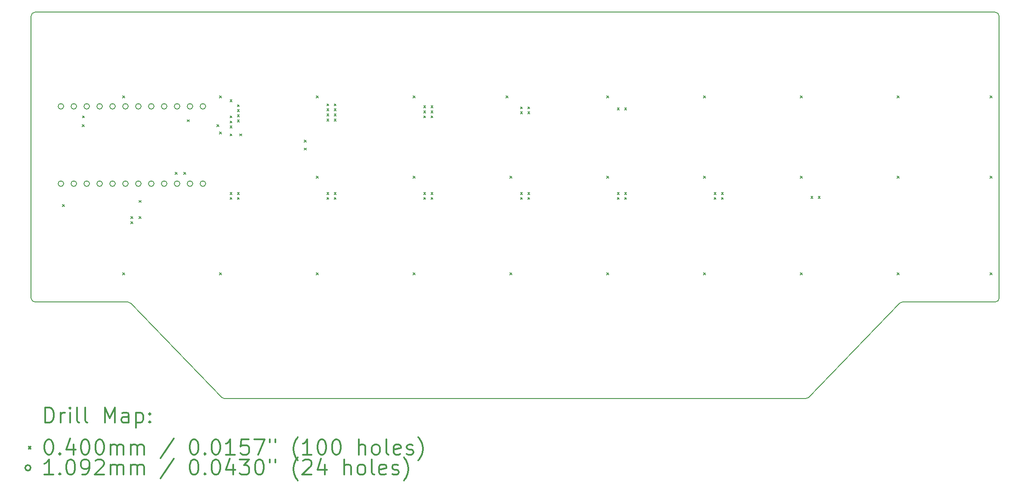
<source format=gbr>
%FSLAX45Y45*%
G04 Gerber Fmt 4.5, Leading zero omitted, Abs format (unit mm)*
G04 Created by KiCad (PCBNEW (5.1.12-1-10_14)) date 2022-02-07 22:25:43*
%MOMM*%
%LPD*%
G01*
G04 APERTURE LIST*
%TA.AperFunction,Profile*%
%ADD10C,0.150000*%
%TD*%
%ADD11C,0.200000*%
%ADD12C,0.300000*%
G04 APERTURE END LIST*
D10*
X17303627Y-9476127D02*
X19096373Y-7617623D01*
X19096373Y-7617623D02*
G75*
G02*
X19152500Y-7594375I56127J-56127D01*
G01*
X17303627Y-9476127D02*
G75*
G02*
X17247500Y-9499375I-56127J56127D01*
G01*
X3968627Y-7617623D02*
X5761373Y-9476127D01*
X3968627Y-7617623D02*
G75*
G03*
X3912500Y-7594375I-56127J-56127D01*
G01*
X5761373Y-9476127D02*
G75*
G03*
X5817500Y-9499375I56127J56127D01*
G01*
X20978125Y-7594375D02*
X19152500Y-7594375D01*
X2086875Y-1879375D02*
X20978125Y-1879375D01*
X21057500Y-7515000D02*
X21057500Y-1958750D01*
X21057500Y-7515000D02*
G75*
G02*
X20978125Y-7594375I-79375J0D01*
G01*
X20978125Y-1879375D02*
G75*
G02*
X21057500Y-1958750I0J-79375D01*
G01*
X2007500Y-1958750D02*
X2007500Y-7435625D01*
X2007500Y-7435625D02*
X2007500Y-7515000D01*
X2166250Y-7594375D02*
X2086875Y-7594375D01*
X2086875Y-7594375D02*
G75*
G02*
X2007500Y-7515000I0J79375D01*
G01*
X2007500Y-1958750D02*
G75*
G02*
X2086875Y-1879375I79375J0D01*
G01*
X2166250Y-7594375D02*
X3912500Y-7594375D01*
X5817500Y-9499375D02*
X17247500Y-9499375D01*
D11*
X2622500Y-5669375D02*
X2662500Y-5709375D01*
X2662500Y-5669375D02*
X2622500Y-5709375D01*
X3015114Y-4098875D02*
X3055114Y-4138875D01*
X3055114Y-4098875D02*
X3015114Y-4138875D01*
X3019375Y-3923125D02*
X3059375Y-3963125D01*
X3059375Y-3923125D02*
X3019375Y-3963125D01*
X3813125Y-3526250D02*
X3853125Y-3566250D01*
X3853125Y-3526250D02*
X3813125Y-3566250D01*
X3813125Y-7018750D02*
X3853125Y-7058750D01*
X3853125Y-7018750D02*
X3813125Y-7058750D01*
X3971875Y-5907500D02*
X4011875Y-5947500D01*
X4011875Y-5907500D02*
X3971875Y-5947500D01*
X3971875Y-6007500D02*
X4011875Y-6047500D01*
X4011875Y-6007500D02*
X3971875Y-6047500D01*
X4130625Y-5590000D02*
X4170625Y-5630000D01*
X4170625Y-5590000D02*
X4130625Y-5630000D01*
X4130625Y-5907500D02*
X4170625Y-5947500D01*
X4170625Y-5907500D02*
X4130625Y-5947500D01*
X4845000Y-5034375D02*
X4885000Y-5074375D01*
X4885000Y-5034375D02*
X4845000Y-5074375D01*
X5012750Y-5034375D02*
X5052750Y-5074375D01*
X5052750Y-5034375D02*
X5012750Y-5074375D01*
X5082894Y-3999493D02*
X5122894Y-4039493D01*
X5122894Y-3999493D02*
X5082894Y-4039493D01*
X5661500Y-4095625D02*
X5701500Y-4135625D01*
X5701500Y-4095625D02*
X5661500Y-4135625D01*
X5718125Y-3526250D02*
X5758125Y-3566250D01*
X5758125Y-3526250D02*
X5718125Y-3566250D01*
X5718125Y-4240625D02*
X5758125Y-4280625D01*
X5758125Y-4240625D02*
X5718125Y-4280625D01*
X5718125Y-4240625D02*
X5758125Y-4280625D01*
X5758125Y-4240625D02*
X5718125Y-4280625D01*
X5718125Y-7018750D02*
X5758125Y-7058750D01*
X5758125Y-7018750D02*
X5718125Y-7058750D01*
X5921500Y-3605625D02*
X5961500Y-3645625D01*
X5961500Y-3605625D02*
X5921500Y-3645625D01*
X5921500Y-3923125D02*
X5961500Y-3963125D01*
X5961500Y-3923125D02*
X5921500Y-3963125D01*
X5921500Y-4023125D02*
X5961500Y-4063125D01*
X5961500Y-4023125D02*
X5921500Y-4063125D01*
X5921500Y-4123126D02*
X5961500Y-4163126D01*
X5961500Y-4123126D02*
X5921500Y-4163126D01*
X5921500Y-4277875D02*
X5961500Y-4317875D01*
X5961500Y-4277875D02*
X5921500Y-4317875D01*
X5921500Y-5431250D02*
X5961500Y-5471250D01*
X5961500Y-5431250D02*
X5921500Y-5471250D01*
X5921500Y-5531250D02*
X5961500Y-5571250D01*
X5961500Y-5531250D02*
X5921500Y-5571250D01*
X6066500Y-3702499D02*
X6106500Y-3742499D01*
X6106500Y-3702499D02*
X6066500Y-3742499D01*
X6066500Y-3802499D02*
X6106500Y-3842499D01*
X6106500Y-3802499D02*
X6066500Y-3842499D01*
X6066500Y-3902500D02*
X6106500Y-3942500D01*
X6106500Y-3902500D02*
X6066500Y-3942500D01*
X6066500Y-4002500D02*
X6106500Y-4042500D01*
X6106500Y-4002500D02*
X6066500Y-4042500D01*
X6066500Y-5431250D02*
X6106500Y-5471250D01*
X6106500Y-5431250D02*
X6066500Y-5471250D01*
X6066500Y-5531250D02*
X6106500Y-5571250D01*
X6106500Y-5531250D02*
X6066500Y-5571250D01*
X6115000Y-4277875D02*
X6155000Y-4317875D01*
X6155000Y-4277875D02*
X6115000Y-4317875D01*
X7385000Y-4399375D02*
X7425000Y-4439375D01*
X7425000Y-4399375D02*
X7385000Y-4439375D01*
X7385000Y-4558125D02*
X7425000Y-4598125D01*
X7425000Y-4558125D02*
X7385000Y-4598125D01*
X7623125Y-3526250D02*
X7663125Y-3566250D01*
X7663125Y-3526250D02*
X7623125Y-3566250D01*
X7623125Y-5113750D02*
X7663125Y-5153750D01*
X7663125Y-5113750D02*
X7623125Y-5153750D01*
X7623125Y-7018750D02*
X7663125Y-7058750D01*
X7663125Y-7018750D02*
X7623125Y-7058750D01*
X7826500Y-3685000D02*
X7866500Y-3725000D01*
X7866500Y-3685000D02*
X7826500Y-3725000D01*
X7826500Y-3785000D02*
X7866500Y-3825000D01*
X7866500Y-3785000D02*
X7826500Y-3825000D01*
X7826500Y-3885001D02*
X7866500Y-3925001D01*
X7866500Y-3885001D02*
X7826500Y-3925001D01*
X7826500Y-3985001D02*
X7866500Y-4025001D01*
X7866500Y-3985001D02*
X7826500Y-4025001D01*
X7826500Y-5431250D02*
X7866500Y-5471250D01*
X7866500Y-5431250D02*
X7826500Y-5471250D01*
X7826500Y-5531250D02*
X7866500Y-5571250D01*
X7866500Y-5531250D02*
X7826500Y-5571250D01*
X7971500Y-3685000D02*
X8011500Y-3725000D01*
X8011500Y-3685000D02*
X7971500Y-3725000D01*
X7971500Y-3785000D02*
X8011500Y-3825000D01*
X8011500Y-3785000D02*
X7971500Y-3825000D01*
X7971500Y-3885001D02*
X8011500Y-3925001D01*
X8011500Y-3885001D02*
X7971500Y-3925001D01*
X7971500Y-3985001D02*
X8011500Y-4025001D01*
X8011500Y-3985001D02*
X7971500Y-4025001D01*
X7971500Y-5431250D02*
X8011500Y-5471250D01*
X8011500Y-5431250D02*
X7971500Y-5471250D01*
X7971500Y-5531250D02*
X8011500Y-5571250D01*
X8011500Y-5531250D02*
X7971500Y-5571250D01*
X9528125Y-3526250D02*
X9568125Y-3566250D01*
X9568125Y-3526250D02*
X9528125Y-3566250D01*
X9528125Y-5113750D02*
X9568125Y-5153750D01*
X9568125Y-5113750D02*
X9528125Y-5153750D01*
X9528125Y-7018750D02*
X9568125Y-7058750D01*
X9568125Y-7018750D02*
X9528125Y-7058750D01*
X9731500Y-3723124D02*
X9771500Y-3763124D01*
X9771500Y-3723124D02*
X9731500Y-3763124D01*
X9731500Y-3823125D02*
X9771500Y-3863125D01*
X9771500Y-3823125D02*
X9731500Y-3863125D01*
X9731500Y-3923125D02*
X9771500Y-3963125D01*
X9771500Y-3923125D02*
X9731500Y-3963125D01*
X9731500Y-5431250D02*
X9771500Y-5471250D01*
X9771500Y-5431250D02*
X9731500Y-5471250D01*
X9731500Y-5531250D02*
X9771500Y-5571250D01*
X9771500Y-5531250D02*
X9731500Y-5571250D01*
X9876500Y-3723124D02*
X9916500Y-3763124D01*
X9916500Y-3723124D02*
X9876500Y-3763124D01*
X9876500Y-3823125D02*
X9916500Y-3863125D01*
X9916500Y-3823125D02*
X9876500Y-3863125D01*
X9876500Y-3923125D02*
X9916500Y-3963125D01*
X9916500Y-3923125D02*
X9876500Y-3963125D01*
X9876500Y-5431250D02*
X9916500Y-5471250D01*
X9916500Y-5431250D02*
X9876500Y-5471250D01*
X9876500Y-5531250D02*
X9916500Y-5571250D01*
X9916500Y-5531250D02*
X9876500Y-5571250D01*
X11353750Y-3526250D02*
X11393750Y-3566250D01*
X11393750Y-3526250D02*
X11353750Y-3566250D01*
X11433125Y-5113750D02*
X11473125Y-5153750D01*
X11473125Y-5113750D02*
X11433125Y-5153750D01*
X11433125Y-7018750D02*
X11473125Y-7058750D01*
X11473125Y-7018750D02*
X11433125Y-7058750D01*
X11636500Y-3743750D02*
X11676500Y-3783750D01*
X11676500Y-3743750D02*
X11636500Y-3783750D01*
X11636500Y-3843750D02*
X11676500Y-3883750D01*
X11676500Y-3843750D02*
X11636500Y-3883750D01*
X11636500Y-5431250D02*
X11676500Y-5471250D01*
X11676500Y-5431250D02*
X11636500Y-5471250D01*
X11636500Y-5531250D02*
X11676500Y-5571250D01*
X11676500Y-5531250D02*
X11636500Y-5571250D01*
X11781500Y-3743750D02*
X11821500Y-3783750D01*
X11821500Y-3743750D02*
X11781500Y-3783750D01*
X11781500Y-3843750D02*
X11821500Y-3883750D01*
X11821500Y-3843750D02*
X11781500Y-3883750D01*
X11781500Y-5431250D02*
X11821500Y-5471250D01*
X11821500Y-5431250D02*
X11781500Y-5471250D01*
X11781500Y-5531250D02*
X11821500Y-5571250D01*
X11821500Y-5531250D02*
X11781500Y-5571250D01*
X13338125Y-3526250D02*
X13378125Y-3566250D01*
X13378125Y-3526250D02*
X13338125Y-3566250D01*
X13338125Y-5113750D02*
X13378125Y-5153750D01*
X13378125Y-5113750D02*
X13338125Y-5153750D01*
X13338125Y-7018750D02*
X13378125Y-7058750D01*
X13378125Y-7018750D02*
X13338125Y-7058750D01*
X13541500Y-3764375D02*
X13581500Y-3804375D01*
X13581500Y-3764375D02*
X13541500Y-3804375D01*
X13541500Y-5431250D02*
X13581500Y-5471250D01*
X13581500Y-5431250D02*
X13541500Y-5471250D01*
X13541500Y-5531250D02*
X13581500Y-5571250D01*
X13581500Y-5531250D02*
X13541500Y-5571250D01*
X13686500Y-3764375D02*
X13726500Y-3804375D01*
X13726500Y-3764375D02*
X13686500Y-3804375D01*
X13686500Y-5431250D02*
X13726500Y-5471250D01*
X13726500Y-5431250D02*
X13686500Y-5471250D01*
X13686500Y-5531250D02*
X13726500Y-5571250D01*
X13726500Y-5531250D02*
X13686500Y-5571250D01*
X15243125Y-3526250D02*
X15283125Y-3566250D01*
X15283125Y-3526250D02*
X15243125Y-3566250D01*
X15243125Y-5113750D02*
X15283125Y-5153750D01*
X15283125Y-5113750D02*
X15243125Y-5153750D01*
X15243125Y-7018750D02*
X15283125Y-7058750D01*
X15283125Y-7018750D02*
X15243125Y-7058750D01*
X15446500Y-5431250D02*
X15486500Y-5471250D01*
X15486500Y-5431250D02*
X15446500Y-5471250D01*
X15446500Y-5431250D02*
X15486500Y-5471250D01*
X15486500Y-5431250D02*
X15446500Y-5471250D01*
X15446500Y-5531250D02*
X15486500Y-5571250D01*
X15486500Y-5531250D02*
X15446500Y-5571250D01*
X15591500Y-5431250D02*
X15631500Y-5471250D01*
X15631500Y-5431250D02*
X15591500Y-5471250D01*
X15591500Y-5531250D02*
X15631500Y-5571250D01*
X15631500Y-5531250D02*
X15591500Y-5571250D01*
X17148125Y-3526250D02*
X17188125Y-3566250D01*
X17188125Y-3526250D02*
X17148125Y-3566250D01*
X17148125Y-5113750D02*
X17188125Y-5153750D01*
X17188125Y-5113750D02*
X17148125Y-5153750D01*
X17148125Y-7018750D02*
X17188125Y-7058750D01*
X17188125Y-7018750D02*
X17148125Y-7058750D01*
X17351500Y-5510625D02*
X17391500Y-5550625D01*
X17391500Y-5510625D02*
X17351500Y-5550625D01*
X17496500Y-5510625D02*
X17536500Y-5550625D01*
X17536500Y-5510625D02*
X17496500Y-5550625D01*
X19053125Y-3526250D02*
X19093125Y-3566250D01*
X19093125Y-3526250D02*
X19053125Y-3566250D01*
X19053125Y-5113750D02*
X19093125Y-5153750D01*
X19093125Y-5113750D02*
X19053125Y-5153750D01*
X19053125Y-7018750D02*
X19093125Y-7058750D01*
X19093125Y-7018750D02*
X19053125Y-7058750D01*
X20878750Y-3526250D02*
X20918750Y-3566250D01*
X20918750Y-3526250D02*
X20878750Y-3566250D01*
X20878750Y-5113750D02*
X20918750Y-5153750D01*
X20918750Y-5113750D02*
X20878750Y-5153750D01*
X20878750Y-7018750D02*
X20918750Y-7058750D01*
X20918750Y-7018750D02*
X20878750Y-7058750D01*
X2649485Y-3736750D02*
G75*
G03*
X2649485Y-3736750I-54610J0D01*
G01*
X2649485Y-5260750D02*
G75*
G03*
X2649485Y-5260750I-54610J0D01*
G01*
X2903485Y-3736750D02*
G75*
G03*
X2903485Y-3736750I-54610J0D01*
G01*
X2903485Y-5260750D02*
G75*
G03*
X2903485Y-5260750I-54610J0D01*
G01*
X3157485Y-3736750D02*
G75*
G03*
X3157485Y-3736750I-54610J0D01*
G01*
X3157485Y-5260750D02*
G75*
G03*
X3157485Y-5260750I-54610J0D01*
G01*
X3411485Y-3736750D02*
G75*
G03*
X3411485Y-3736750I-54610J0D01*
G01*
X3411485Y-5260750D02*
G75*
G03*
X3411485Y-5260750I-54610J0D01*
G01*
X3665485Y-3736750D02*
G75*
G03*
X3665485Y-3736750I-54610J0D01*
G01*
X3665485Y-5260750D02*
G75*
G03*
X3665485Y-5260750I-54610J0D01*
G01*
X3919485Y-3736750D02*
G75*
G03*
X3919485Y-3736750I-54610J0D01*
G01*
X3919485Y-5260750D02*
G75*
G03*
X3919485Y-5260750I-54610J0D01*
G01*
X4173485Y-3736750D02*
G75*
G03*
X4173485Y-3736750I-54610J0D01*
G01*
X4173485Y-5260750D02*
G75*
G03*
X4173485Y-5260750I-54610J0D01*
G01*
X4427485Y-3736750D02*
G75*
G03*
X4427485Y-3736750I-54610J0D01*
G01*
X4427485Y-5260750D02*
G75*
G03*
X4427485Y-5260750I-54610J0D01*
G01*
X4681485Y-3736750D02*
G75*
G03*
X4681485Y-3736750I-54610J0D01*
G01*
X4681485Y-5260750D02*
G75*
G03*
X4681485Y-5260750I-54610J0D01*
G01*
X4935485Y-3736750D02*
G75*
G03*
X4935485Y-3736750I-54610J0D01*
G01*
X4935485Y-5260750D02*
G75*
G03*
X4935485Y-5260750I-54610J0D01*
G01*
X5189485Y-3736750D02*
G75*
G03*
X5189485Y-3736750I-54610J0D01*
G01*
X5189485Y-5260750D02*
G75*
G03*
X5189485Y-5260750I-54610J0D01*
G01*
X5443485Y-3736750D02*
G75*
G03*
X5443485Y-3736750I-54610J0D01*
G01*
X5443485Y-5260750D02*
G75*
G03*
X5443485Y-5260750I-54610J0D01*
G01*
D12*
X2286428Y-9972589D02*
X2286428Y-9672589D01*
X2357857Y-9672589D01*
X2400714Y-9686875D01*
X2429286Y-9715447D01*
X2443571Y-9744018D01*
X2457857Y-9801161D01*
X2457857Y-9844018D01*
X2443571Y-9901161D01*
X2429286Y-9929732D01*
X2400714Y-9958304D01*
X2357857Y-9972589D01*
X2286428Y-9972589D01*
X2586428Y-9972589D02*
X2586428Y-9772589D01*
X2586428Y-9829732D02*
X2600714Y-9801161D01*
X2615000Y-9786875D01*
X2643571Y-9772589D01*
X2672143Y-9772589D01*
X2772143Y-9972589D02*
X2772143Y-9772589D01*
X2772143Y-9672589D02*
X2757857Y-9686875D01*
X2772143Y-9701161D01*
X2786428Y-9686875D01*
X2772143Y-9672589D01*
X2772143Y-9701161D01*
X2957857Y-9972589D02*
X2929286Y-9958304D01*
X2915000Y-9929732D01*
X2915000Y-9672589D01*
X3115000Y-9972589D02*
X3086428Y-9958304D01*
X3072143Y-9929732D01*
X3072143Y-9672589D01*
X3457857Y-9972589D02*
X3457857Y-9672589D01*
X3557857Y-9886875D01*
X3657857Y-9672589D01*
X3657857Y-9972589D01*
X3929286Y-9972589D02*
X3929286Y-9815447D01*
X3915000Y-9786875D01*
X3886428Y-9772589D01*
X3829286Y-9772589D01*
X3800714Y-9786875D01*
X3929286Y-9958304D02*
X3900714Y-9972589D01*
X3829286Y-9972589D01*
X3800714Y-9958304D01*
X3786428Y-9929732D01*
X3786428Y-9901161D01*
X3800714Y-9872589D01*
X3829286Y-9858304D01*
X3900714Y-9858304D01*
X3929286Y-9844018D01*
X4072143Y-9772589D02*
X4072143Y-10072589D01*
X4072143Y-9786875D02*
X4100714Y-9772589D01*
X4157857Y-9772589D01*
X4186428Y-9786875D01*
X4200714Y-9801161D01*
X4215000Y-9829732D01*
X4215000Y-9915447D01*
X4200714Y-9944018D01*
X4186428Y-9958304D01*
X4157857Y-9972589D01*
X4100714Y-9972589D01*
X4072143Y-9958304D01*
X4343571Y-9944018D02*
X4357857Y-9958304D01*
X4343571Y-9972589D01*
X4329286Y-9958304D01*
X4343571Y-9944018D01*
X4343571Y-9972589D01*
X4343571Y-9786875D02*
X4357857Y-9801161D01*
X4343571Y-9815447D01*
X4329286Y-9801161D01*
X4343571Y-9786875D01*
X4343571Y-9815447D01*
X1960000Y-10446875D02*
X2000000Y-10486875D01*
X2000000Y-10446875D02*
X1960000Y-10486875D01*
X2343571Y-10302589D02*
X2372143Y-10302589D01*
X2400714Y-10316875D01*
X2415000Y-10331161D01*
X2429286Y-10359732D01*
X2443571Y-10416875D01*
X2443571Y-10488304D01*
X2429286Y-10545447D01*
X2415000Y-10574018D01*
X2400714Y-10588304D01*
X2372143Y-10602589D01*
X2343571Y-10602589D01*
X2315000Y-10588304D01*
X2300714Y-10574018D01*
X2286428Y-10545447D01*
X2272143Y-10488304D01*
X2272143Y-10416875D01*
X2286428Y-10359732D01*
X2300714Y-10331161D01*
X2315000Y-10316875D01*
X2343571Y-10302589D01*
X2572143Y-10574018D02*
X2586428Y-10588304D01*
X2572143Y-10602589D01*
X2557857Y-10588304D01*
X2572143Y-10574018D01*
X2572143Y-10602589D01*
X2843571Y-10402589D02*
X2843571Y-10602589D01*
X2772143Y-10288304D02*
X2700714Y-10502589D01*
X2886428Y-10502589D01*
X3057857Y-10302589D02*
X3086428Y-10302589D01*
X3115000Y-10316875D01*
X3129286Y-10331161D01*
X3143571Y-10359732D01*
X3157857Y-10416875D01*
X3157857Y-10488304D01*
X3143571Y-10545447D01*
X3129286Y-10574018D01*
X3115000Y-10588304D01*
X3086428Y-10602589D01*
X3057857Y-10602589D01*
X3029286Y-10588304D01*
X3015000Y-10574018D01*
X3000714Y-10545447D01*
X2986428Y-10488304D01*
X2986428Y-10416875D01*
X3000714Y-10359732D01*
X3015000Y-10331161D01*
X3029286Y-10316875D01*
X3057857Y-10302589D01*
X3343571Y-10302589D02*
X3372143Y-10302589D01*
X3400714Y-10316875D01*
X3415000Y-10331161D01*
X3429286Y-10359732D01*
X3443571Y-10416875D01*
X3443571Y-10488304D01*
X3429286Y-10545447D01*
X3415000Y-10574018D01*
X3400714Y-10588304D01*
X3372143Y-10602589D01*
X3343571Y-10602589D01*
X3315000Y-10588304D01*
X3300714Y-10574018D01*
X3286428Y-10545447D01*
X3272143Y-10488304D01*
X3272143Y-10416875D01*
X3286428Y-10359732D01*
X3300714Y-10331161D01*
X3315000Y-10316875D01*
X3343571Y-10302589D01*
X3572143Y-10602589D02*
X3572143Y-10402589D01*
X3572143Y-10431161D02*
X3586428Y-10416875D01*
X3615000Y-10402589D01*
X3657857Y-10402589D01*
X3686428Y-10416875D01*
X3700714Y-10445447D01*
X3700714Y-10602589D01*
X3700714Y-10445447D02*
X3715000Y-10416875D01*
X3743571Y-10402589D01*
X3786428Y-10402589D01*
X3815000Y-10416875D01*
X3829286Y-10445447D01*
X3829286Y-10602589D01*
X3972143Y-10602589D02*
X3972143Y-10402589D01*
X3972143Y-10431161D02*
X3986428Y-10416875D01*
X4015000Y-10402589D01*
X4057857Y-10402589D01*
X4086428Y-10416875D01*
X4100714Y-10445447D01*
X4100714Y-10602589D01*
X4100714Y-10445447D02*
X4115000Y-10416875D01*
X4143571Y-10402589D01*
X4186428Y-10402589D01*
X4215000Y-10416875D01*
X4229286Y-10445447D01*
X4229286Y-10602589D01*
X4815000Y-10288304D02*
X4557857Y-10674018D01*
X5200714Y-10302589D02*
X5229286Y-10302589D01*
X5257857Y-10316875D01*
X5272143Y-10331161D01*
X5286428Y-10359732D01*
X5300714Y-10416875D01*
X5300714Y-10488304D01*
X5286428Y-10545447D01*
X5272143Y-10574018D01*
X5257857Y-10588304D01*
X5229286Y-10602589D01*
X5200714Y-10602589D01*
X5172143Y-10588304D01*
X5157857Y-10574018D01*
X5143571Y-10545447D01*
X5129286Y-10488304D01*
X5129286Y-10416875D01*
X5143571Y-10359732D01*
X5157857Y-10331161D01*
X5172143Y-10316875D01*
X5200714Y-10302589D01*
X5429286Y-10574018D02*
X5443571Y-10588304D01*
X5429286Y-10602589D01*
X5415000Y-10588304D01*
X5429286Y-10574018D01*
X5429286Y-10602589D01*
X5629286Y-10302589D02*
X5657857Y-10302589D01*
X5686428Y-10316875D01*
X5700714Y-10331161D01*
X5715000Y-10359732D01*
X5729286Y-10416875D01*
X5729286Y-10488304D01*
X5715000Y-10545447D01*
X5700714Y-10574018D01*
X5686428Y-10588304D01*
X5657857Y-10602589D01*
X5629286Y-10602589D01*
X5600714Y-10588304D01*
X5586428Y-10574018D01*
X5572143Y-10545447D01*
X5557857Y-10488304D01*
X5557857Y-10416875D01*
X5572143Y-10359732D01*
X5586428Y-10331161D01*
X5600714Y-10316875D01*
X5629286Y-10302589D01*
X6015000Y-10602589D02*
X5843571Y-10602589D01*
X5929286Y-10602589D02*
X5929286Y-10302589D01*
X5900714Y-10345447D01*
X5872143Y-10374018D01*
X5843571Y-10388304D01*
X6286428Y-10302589D02*
X6143571Y-10302589D01*
X6129286Y-10445447D01*
X6143571Y-10431161D01*
X6172143Y-10416875D01*
X6243571Y-10416875D01*
X6272143Y-10431161D01*
X6286428Y-10445447D01*
X6300714Y-10474018D01*
X6300714Y-10545447D01*
X6286428Y-10574018D01*
X6272143Y-10588304D01*
X6243571Y-10602589D01*
X6172143Y-10602589D01*
X6143571Y-10588304D01*
X6129286Y-10574018D01*
X6400714Y-10302589D02*
X6600714Y-10302589D01*
X6472143Y-10602589D01*
X6700714Y-10302589D02*
X6700714Y-10359732D01*
X6815000Y-10302589D02*
X6815000Y-10359732D01*
X7257857Y-10716875D02*
X7243571Y-10702589D01*
X7215000Y-10659732D01*
X7200714Y-10631161D01*
X7186428Y-10588304D01*
X7172143Y-10516875D01*
X7172143Y-10459732D01*
X7186428Y-10388304D01*
X7200714Y-10345447D01*
X7215000Y-10316875D01*
X7243571Y-10274018D01*
X7257857Y-10259732D01*
X7529286Y-10602589D02*
X7357857Y-10602589D01*
X7443571Y-10602589D02*
X7443571Y-10302589D01*
X7415000Y-10345447D01*
X7386428Y-10374018D01*
X7357857Y-10388304D01*
X7715000Y-10302589D02*
X7743571Y-10302589D01*
X7772143Y-10316875D01*
X7786428Y-10331161D01*
X7800714Y-10359732D01*
X7815000Y-10416875D01*
X7815000Y-10488304D01*
X7800714Y-10545447D01*
X7786428Y-10574018D01*
X7772143Y-10588304D01*
X7743571Y-10602589D01*
X7715000Y-10602589D01*
X7686428Y-10588304D01*
X7672143Y-10574018D01*
X7657857Y-10545447D01*
X7643571Y-10488304D01*
X7643571Y-10416875D01*
X7657857Y-10359732D01*
X7672143Y-10331161D01*
X7686428Y-10316875D01*
X7715000Y-10302589D01*
X8000714Y-10302589D02*
X8029286Y-10302589D01*
X8057857Y-10316875D01*
X8072143Y-10331161D01*
X8086428Y-10359732D01*
X8100714Y-10416875D01*
X8100714Y-10488304D01*
X8086428Y-10545447D01*
X8072143Y-10574018D01*
X8057857Y-10588304D01*
X8029286Y-10602589D01*
X8000714Y-10602589D01*
X7972143Y-10588304D01*
X7957857Y-10574018D01*
X7943571Y-10545447D01*
X7929286Y-10488304D01*
X7929286Y-10416875D01*
X7943571Y-10359732D01*
X7957857Y-10331161D01*
X7972143Y-10316875D01*
X8000714Y-10302589D01*
X8457857Y-10602589D02*
X8457857Y-10302589D01*
X8586428Y-10602589D02*
X8586428Y-10445447D01*
X8572143Y-10416875D01*
X8543571Y-10402589D01*
X8500714Y-10402589D01*
X8472143Y-10416875D01*
X8457857Y-10431161D01*
X8772143Y-10602589D02*
X8743571Y-10588304D01*
X8729286Y-10574018D01*
X8715000Y-10545447D01*
X8715000Y-10459732D01*
X8729286Y-10431161D01*
X8743571Y-10416875D01*
X8772143Y-10402589D01*
X8815000Y-10402589D01*
X8843571Y-10416875D01*
X8857857Y-10431161D01*
X8872143Y-10459732D01*
X8872143Y-10545447D01*
X8857857Y-10574018D01*
X8843571Y-10588304D01*
X8815000Y-10602589D01*
X8772143Y-10602589D01*
X9043571Y-10602589D02*
X9015000Y-10588304D01*
X9000714Y-10559732D01*
X9000714Y-10302589D01*
X9272143Y-10588304D02*
X9243571Y-10602589D01*
X9186428Y-10602589D01*
X9157857Y-10588304D01*
X9143571Y-10559732D01*
X9143571Y-10445447D01*
X9157857Y-10416875D01*
X9186428Y-10402589D01*
X9243571Y-10402589D01*
X9272143Y-10416875D01*
X9286428Y-10445447D01*
X9286428Y-10474018D01*
X9143571Y-10502589D01*
X9400714Y-10588304D02*
X9429286Y-10602589D01*
X9486428Y-10602589D01*
X9515000Y-10588304D01*
X9529286Y-10559732D01*
X9529286Y-10545447D01*
X9515000Y-10516875D01*
X9486428Y-10502589D01*
X9443571Y-10502589D01*
X9415000Y-10488304D01*
X9400714Y-10459732D01*
X9400714Y-10445447D01*
X9415000Y-10416875D01*
X9443571Y-10402589D01*
X9486428Y-10402589D01*
X9515000Y-10416875D01*
X9629286Y-10716875D02*
X9643571Y-10702589D01*
X9672143Y-10659732D01*
X9686428Y-10631161D01*
X9700714Y-10588304D01*
X9715000Y-10516875D01*
X9715000Y-10459732D01*
X9700714Y-10388304D01*
X9686428Y-10345447D01*
X9672143Y-10316875D01*
X9643571Y-10274018D01*
X9629286Y-10259732D01*
X2000000Y-10862875D02*
G75*
G03*
X2000000Y-10862875I-54610J0D01*
G01*
X2443571Y-10998589D02*
X2272143Y-10998589D01*
X2357857Y-10998589D02*
X2357857Y-10698589D01*
X2329286Y-10741447D01*
X2300714Y-10770018D01*
X2272143Y-10784304D01*
X2572143Y-10970018D02*
X2586428Y-10984304D01*
X2572143Y-10998589D01*
X2557857Y-10984304D01*
X2572143Y-10970018D01*
X2572143Y-10998589D01*
X2772143Y-10698589D02*
X2800714Y-10698589D01*
X2829286Y-10712875D01*
X2843571Y-10727161D01*
X2857857Y-10755732D01*
X2872143Y-10812875D01*
X2872143Y-10884304D01*
X2857857Y-10941447D01*
X2843571Y-10970018D01*
X2829286Y-10984304D01*
X2800714Y-10998589D01*
X2772143Y-10998589D01*
X2743571Y-10984304D01*
X2729286Y-10970018D01*
X2715000Y-10941447D01*
X2700714Y-10884304D01*
X2700714Y-10812875D01*
X2715000Y-10755732D01*
X2729286Y-10727161D01*
X2743571Y-10712875D01*
X2772143Y-10698589D01*
X3015000Y-10998589D02*
X3072143Y-10998589D01*
X3100714Y-10984304D01*
X3115000Y-10970018D01*
X3143571Y-10927161D01*
X3157857Y-10870018D01*
X3157857Y-10755732D01*
X3143571Y-10727161D01*
X3129286Y-10712875D01*
X3100714Y-10698589D01*
X3043571Y-10698589D01*
X3015000Y-10712875D01*
X3000714Y-10727161D01*
X2986428Y-10755732D01*
X2986428Y-10827161D01*
X3000714Y-10855732D01*
X3015000Y-10870018D01*
X3043571Y-10884304D01*
X3100714Y-10884304D01*
X3129286Y-10870018D01*
X3143571Y-10855732D01*
X3157857Y-10827161D01*
X3272143Y-10727161D02*
X3286428Y-10712875D01*
X3315000Y-10698589D01*
X3386428Y-10698589D01*
X3415000Y-10712875D01*
X3429286Y-10727161D01*
X3443571Y-10755732D01*
X3443571Y-10784304D01*
X3429286Y-10827161D01*
X3257857Y-10998589D01*
X3443571Y-10998589D01*
X3572143Y-10998589D02*
X3572143Y-10798589D01*
X3572143Y-10827161D02*
X3586428Y-10812875D01*
X3615000Y-10798589D01*
X3657857Y-10798589D01*
X3686428Y-10812875D01*
X3700714Y-10841447D01*
X3700714Y-10998589D01*
X3700714Y-10841447D02*
X3715000Y-10812875D01*
X3743571Y-10798589D01*
X3786428Y-10798589D01*
X3815000Y-10812875D01*
X3829286Y-10841447D01*
X3829286Y-10998589D01*
X3972143Y-10998589D02*
X3972143Y-10798589D01*
X3972143Y-10827161D02*
X3986428Y-10812875D01*
X4015000Y-10798589D01*
X4057857Y-10798589D01*
X4086428Y-10812875D01*
X4100714Y-10841447D01*
X4100714Y-10998589D01*
X4100714Y-10841447D02*
X4115000Y-10812875D01*
X4143571Y-10798589D01*
X4186428Y-10798589D01*
X4215000Y-10812875D01*
X4229286Y-10841447D01*
X4229286Y-10998589D01*
X4815000Y-10684304D02*
X4557857Y-11070018D01*
X5200714Y-10698589D02*
X5229286Y-10698589D01*
X5257857Y-10712875D01*
X5272143Y-10727161D01*
X5286428Y-10755732D01*
X5300714Y-10812875D01*
X5300714Y-10884304D01*
X5286428Y-10941447D01*
X5272143Y-10970018D01*
X5257857Y-10984304D01*
X5229286Y-10998589D01*
X5200714Y-10998589D01*
X5172143Y-10984304D01*
X5157857Y-10970018D01*
X5143571Y-10941447D01*
X5129286Y-10884304D01*
X5129286Y-10812875D01*
X5143571Y-10755732D01*
X5157857Y-10727161D01*
X5172143Y-10712875D01*
X5200714Y-10698589D01*
X5429286Y-10970018D02*
X5443571Y-10984304D01*
X5429286Y-10998589D01*
X5415000Y-10984304D01*
X5429286Y-10970018D01*
X5429286Y-10998589D01*
X5629286Y-10698589D02*
X5657857Y-10698589D01*
X5686428Y-10712875D01*
X5700714Y-10727161D01*
X5715000Y-10755732D01*
X5729286Y-10812875D01*
X5729286Y-10884304D01*
X5715000Y-10941447D01*
X5700714Y-10970018D01*
X5686428Y-10984304D01*
X5657857Y-10998589D01*
X5629286Y-10998589D01*
X5600714Y-10984304D01*
X5586428Y-10970018D01*
X5572143Y-10941447D01*
X5557857Y-10884304D01*
X5557857Y-10812875D01*
X5572143Y-10755732D01*
X5586428Y-10727161D01*
X5600714Y-10712875D01*
X5629286Y-10698589D01*
X5986428Y-10798589D02*
X5986428Y-10998589D01*
X5915000Y-10684304D02*
X5843571Y-10898589D01*
X6029286Y-10898589D01*
X6115000Y-10698589D02*
X6300714Y-10698589D01*
X6200714Y-10812875D01*
X6243571Y-10812875D01*
X6272143Y-10827161D01*
X6286428Y-10841447D01*
X6300714Y-10870018D01*
X6300714Y-10941447D01*
X6286428Y-10970018D01*
X6272143Y-10984304D01*
X6243571Y-10998589D01*
X6157857Y-10998589D01*
X6129286Y-10984304D01*
X6115000Y-10970018D01*
X6486428Y-10698589D02*
X6515000Y-10698589D01*
X6543571Y-10712875D01*
X6557857Y-10727161D01*
X6572143Y-10755732D01*
X6586428Y-10812875D01*
X6586428Y-10884304D01*
X6572143Y-10941447D01*
X6557857Y-10970018D01*
X6543571Y-10984304D01*
X6515000Y-10998589D01*
X6486428Y-10998589D01*
X6457857Y-10984304D01*
X6443571Y-10970018D01*
X6429286Y-10941447D01*
X6415000Y-10884304D01*
X6415000Y-10812875D01*
X6429286Y-10755732D01*
X6443571Y-10727161D01*
X6457857Y-10712875D01*
X6486428Y-10698589D01*
X6700714Y-10698589D02*
X6700714Y-10755732D01*
X6815000Y-10698589D02*
X6815000Y-10755732D01*
X7257857Y-11112875D02*
X7243571Y-11098589D01*
X7215000Y-11055732D01*
X7200714Y-11027161D01*
X7186428Y-10984304D01*
X7172143Y-10912875D01*
X7172143Y-10855732D01*
X7186428Y-10784304D01*
X7200714Y-10741447D01*
X7215000Y-10712875D01*
X7243571Y-10670018D01*
X7257857Y-10655732D01*
X7357857Y-10727161D02*
X7372143Y-10712875D01*
X7400714Y-10698589D01*
X7472143Y-10698589D01*
X7500714Y-10712875D01*
X7515000Y-10727161D01*
X7529286Y-10755732D01*
X7529286Y-10784304D01*
X7515000Y-10827161D01*
X7343571Y-10998589D01*
X7529286Y-10998589D01*
X7786428Y-10798589D02*
X7786428Y-10998589D01*
X7715000Y-10684304D02*
X7643571Y-10898589D01*
X7829286Y-10898589D01*
X8172143Y-10998589D02*
X8172143Y-10698589D01*
X8300714Y-10998589D02*
X8300714Y-10841447D01*
X8286428Y-10812875D01*
X8257857Y-10798589D01*
X8215000Y-10798589D01*
X8186428Y-10812875D01*
X8172143Y-10827161D01*
X8486428Y-10998589D02*
X8457857Y-10984304D01*
X8443571Y-10970018D01*
X8429286Y-10941447D01*
X8429286Y-10855732D01*
X8443571Y-10827161D01*
X8457857Y-10812875D01*
X8486428Y-10798589D01*
X8529286Y-10798589D01*
X8557857Y-10812875D01*
X8572143Y-10827161D01*
X8586428Y-10855732D01*
X8586428Y-10941447D01*
X8572143Y-10970018D01*
X8557857Y-10984304D01*
X8529286Y-10998589D01*
X8486428Y-10998589D01*
X8757857Y-10998589D02*
X8729286Y-10984304D01*
X8715000Y-10955732D01*
X8715000Y-10698589D01*
X8986428Y-10984304D02*
X8957857Y-10998589D01*
X8900714Y-10998589D01*
X8872143Y-10984304D01*
X8857857Y-10955732D01*
X8857857Y-10841447D01*
X8872143Y-10812875D01*
X8900714Y-10798589D01*
X8957857Y-10798589D01*
X8986428Y-10812875D01*
X9000714Y-10841447D01*
X9000714Y-10870018D01*
X8857857Y-10898589D01*
X9115000Y-10984304D02*
X9143571Y-10998589D01*
X9200714Y-10998589D01*
X9229286Y-10984304D01*
X9243571Y-10955732D01*
X9243571Y-10941447D01*
X9229286Y-10912875D01*
X9200714Y-10898589D01*
X9157857Y-10898589D01*
X9129286Y-10884304D01*
X9115000Y-10855732D01*
X9115000Y-10841447D01*
X9129286Y-10812875D01*
X9157857Y-10798589D01*
X9200714Y-10798589D01*
X9229286Y-10812875D01*
X9343571Y-11112875D02*
X9357857Y-11098589D01*
X9386428Y-11055732D01*
X9400714Y-11027161D01*
X9415000Y-10984304D01*
X9429286Y-10912875D01*
X9429286Y-10855732D01*
X9415000Y-10784304D01*
X9400714Y-10741447D01*
X9386428Y-10712875D01*
X9357857Y-10670018D01*
X9343571Y-10655732D01*
M02*

</source>
